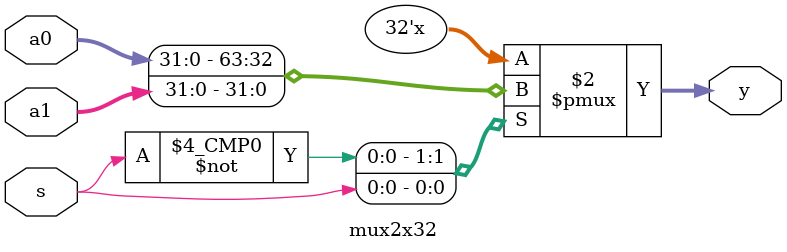
<source format=v>
module mux2x32 (a0, a1, s, y);
	input [31:0] a0, a1;
	input s;
	output [31:0] y;
	
	reg [31:0] y;	
	always @ * begin
		case (s)
			1'b0: y = a0;
			1'b1: y = a1;
		endcase
	end
endmodule

</source>
